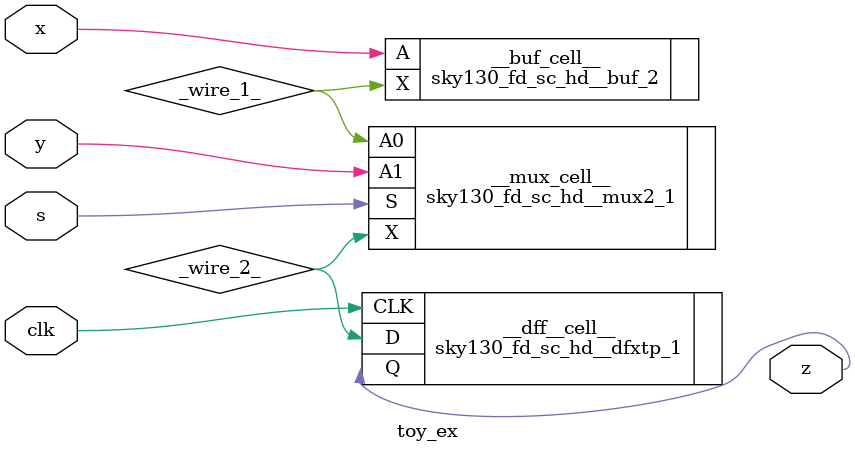
<source format=v>
module toy_ex(
    clk,
    s,
    x,
    y,
    z
);

input clk;
input s;
input x;
input y;
output z;

wire _wire_1_;
wire _wire_2_;


sky130_fd_sc_hd__dfxtp_1 __dff__cell__  (
    .CLK(clk),
    .D(_wire_2_),
    .Q(z)
);

sky130_fd_sc_hd__buf_2 __buf_cell__ (
    .A(x),
    .X(_wire_1_)
);

sky130_fd_sc_hd__mux2_1 __mux_cell__  (
    .A0(_wire_1_),
    .A1(y),
    .S(s),
    .X(_wire_2_)
);

endmodule
</source>
